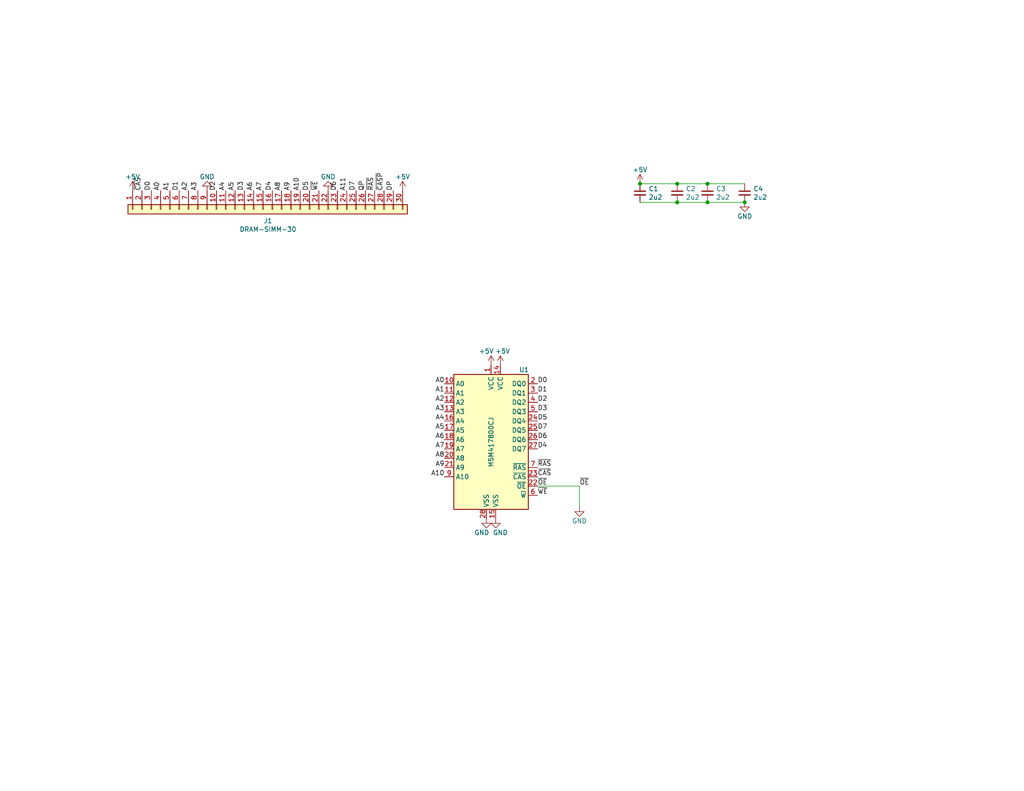
<source format=kicad_sch>
(kicad_sch (version 20250114) (generator "eeschema") (generator_version "9.0")
  (paper "USLetter")
  (title_block (title "SIMM-SOJ28") (date "2025-11-09") (rev "1") (company "github.com/pawlex"))
  (lib_symbols
    (symbol "Connector_Generic:Conn_01x30" (pin_names (offset 1.016) (hide yes))
      (property "Reference" "J" (at 0 38.1 0))
      (property "Value" "Conn_01x30" (at 0 -40.64 0))
      (symbol "Conn_01x30_1_1"
        (rectangle (start -1.27 36.83) (end 1.27 -39.37) (stroke (width 0.254)) (fill (type background)))
        (rectangle (start -1.27 35.687) (end 0 35.433) (stroke (width 0.1524)))
        (rectangle (start -1.27 33.147) (end 0 32.893) (stroke (width 0.1524)))
        (rectangle (start -1.27 30.607) (end 0 30.353) (stroke (width 0.1524)))
        (rectangle (start -1.27 28.067) (end 0 27.813) (stroke (width 0.1524)))
        (rectangle (start -1.27 25.527) (end 0 25.273) (stroke (width 0.1524)))
        (rectangle (start -1.27 22.987) (end 0 22.733) (stroke (width 0.1524)))
        (rectangle (start -1.27 20.447) (end 0 20.193) (stroke (width 0.1524)))
        (rectangle (start -1.27 17.907) (end 0 17.653) (stroke (width 0.1524)))
        (rectangle (start -1.27 15.367) (end 0 15.113) (stroke (width 0.1524)))
        (rectangle (start -1.27 12.827) (end 0 12.573) (stroke (width 0.1524)))
        (rectangle (start -1.27 10.287) (end 0 10.033) (stroke (width 0.1524)))
        (rectangle (start -1.27 7.747) (end 0 7.493) (stroke (width 0.1524)))
        (rectangle (start -1.27 5.207) (end 0 4.953) (stroke (width 0.1524)))
        (rectangle (start -1.27 2.667) (end 0 2.413) (stroke (width 0.1524)))
        (rectangle (start -1.27 0.127) (end 0 -0.127) (stroke (width 0.1524)))
        (rectangle (start -1.27 -2.413) (end 0 -2.667) (stroke (width 0.1524)))
        (rectangle (start -1.27 -4.953) (end 0 -5.207) (stroke (width 0.1524)))
        (rectangle (start -1.27 -7.493) (end 0 -7.747) (stroke (width 0.1524)))
        (rectangle (start -1.27 -10.033) (end 0 -10.287) (stroke (width 0.1524)))
        (rectangle (start -1.27 -12.573) (end 0 -12.827) (stroke (width 0.1524)))
        (rectangle (start -1.27 -15.113) (end 0 -15.367) (stroke (width 0.1524)))
        (rectangle (start -1.27 -17.653) (end 0 -17.907) (stroke (width 0.1524)))
        (rectangle (start -1.27 -20.193) (end 0 -20.447) (stroke (width 0.1524)))
        (rectangle (start -1.27 -22.733) (end 0 -22.987) (stroke (width 0.1524)))
        (rectangle (start -1.27 -25.273) (end 0 -25.527) (stroke (width 0.1524)))
        (rectangle (start -1.27 -27.813) (end 0 -28.067) (stroke (width 0.1524)))
        (rectangle (start -1.27 -30.353) (end 0 -30.607) (stroke (width 0.1524)))
        (rectangle (start -1.27 -32.893) (end 0 -33.147) (stroke (width 0.1524)))
        (rectangle (start -1.27 -35.433) (end 0 -35.687) (stroke (width 0.1524)))
        (rectangle (start -1.27 -37.973) (end 0 -38.227) (stroke (width 0.1524)))
        (pin passive line (at -5.08 35.56 0) (length 3.81) (name "Pin_1") (number "1"))
        (pin passive line (at -5.08 33.02 0) (length 3.81) (name "Pin_2") (number "2"))
        (pin passive line (at -5.08 30.48 0) (length 3.81) (name "Pin_3") (number "3"))
        (pin passive line (at -5.08 27.94 0) (length 3.81) (name "Pin_4") (number "4"))
        (pin passive line (at -5.08 25.4 0) (length 3.81) (name "Pin_5") (number "5"))
        (pin passive line (at -5.08 22.86 0) (length 3.81) (name "Pin_6") (number "6"))
        (pin passive line (at -5.08 20.32 0) (length 3.81) (name "Pin_7") (number "7"))
        (pin passive line (at -5.08 17.78 0) (length 3.81) (name "Pin_8") (number "8"))
        (pin passive line (at -5.08 15.24 0) (length 3.81) (name "Pin_9") (number "9"))
        (pin passive line (at -5.08 12.7 0) (length 3.81) (name "Pin_10") (number "10"))
        (pin passive line (at -5.08 10.16 0) (length 3.81) (name "Pin_11") (number "11"))
        (pin passive line (at -5.08 7.62 0) (length 3.81) (name "Pin_12") (number "12"))
        (pin passive line (at -5.08 5.08 0) (length 3.81) (name "Pin_13") (number "13"))
        (pin passive line (at -5.08 2.54 0) (length 3.81) (name "Pin_14") (number "14"))
        (pin passive line (at -5.08 0 0) (length 3.81) (name "Pin_15") (number "15"))
        (pin passive line (at -5.08 -2.54 0) (length 3.81) (name "Pin_16") (number "16"))
        (pin passive line (at -5.08 -5.08 0) (length 3.81) (name "Pin_17") (number "17"))
        (pin passive line (at -5.08 -7.62 0) (length 3.81) (name "Pin_18") (number "18"))
        (pin passive line (at -5.08 -10.16 0) (length 3.81) (name "Pin_19") (number "19"))
        (pin passive line (at -5.08 -12.7 0) (length 3.81) (name "Pin_20") (number "20"))
        (pin passive line (at -5.08 -15.24 0) (length 3.81) (name "Pin_21") (number "21"))
        (pin passive line (at -5.08 -17.78 0) (length 3.81) (name "Pin_22") (number "22"))
        (pin passive line (at -5.08 -20.32 0) (length 3.81) (name "Pin_23") (number "23"))
        (pin passive line (at -5.08 -22.86 0) (length 3.81) (name "Pin_24") (number "24"))
        (pin passive line (at -5.08 -25.4 0) (length 3.81) (name "Pin_25") (number "25"))
        (pin passive line (at -5.08 -27.94 0) (length 3.81) (name "Pin_26") (number "26"))
        (pin passive line (at -5.08 -30.48 0) (length 3.81) (name "Pin_27") (number "27"))
        (pin passive line (at -5.08 -33.02 0) (length 3.81) (name "Pin_28") (number "28"))
        (pin passive line (at -5.08 -35.56 0) (length 3.81) (name "Pin_29") (number "29"))
        (pin passive line (at -5.08 -38.1 0) (length 3.81) (name "Pin_30") (number "30"))
      )
    )
    (symbol "Device:C_Small" (pin_numbers (hide yes)) (pin_names (offset 0.254) (hide yes))
      (property "Reference" "C" (at 0.254 1.778 0))
      (property "Value" "C_Small" (at 0.254 -2.032 0))
      (symbol "C_Small_0_1"
        (polyline (pts (xy -1.524 0.508) (xy 1.524 0.508)) (stroke (width 0.3048)))
        (polyline (pts (xy -1.524 -0.508) (xy 1.524 -0.508)) (stroke (width 0.3302)))
      )
      (symbol "C_Small_1_1"
        (pin passive line (at 0 2.54 270) (length 2.032) (name "~") (number "1"))
        (pin passive line (at 0 -2.54 90) (length 2.032) (name "~") (number "2"))
      )
    )
    (symbol "Memory_RAM:M5M717800CJ-6"
      (property "Reference" "U1" (at 4.6833 30.48 0))
      (property "Value" "M5M417800CJ" (at 4.6833 27.94 0))
      (symbol "M5M717800CJ-6_0_0"
        (pin power_in line (at -1.27 -13.97 90) (length 2.54) (name "VSS") (number "28"))
        (pin power_in line (at 0 27.94 270) (length 2.54) (name "VCC") (number "1"))
        (pin power_in line (at 1.27 -13.97 90) (length 2.54) (name "VSS") (number "15"))
        (pin power_in line (at 2.54 27.94 270) (length 2.54) (name "VCC") (number "14"))
      )
      (symbol "M5M717800CJ-6_1_0"
        (pin input line (at 12.7 0 180) (length 2.54) (name "~{RAS}") (number "7"))
        (pin no_connect non_logic (at 12.7 -10.16 180) (length 2.54) (hide yes) (name "NC") (number "8"))
      )
      (symbol "M5M717800CJ-6_1_1"
        (rectangle (start -10.16 25.4) (end 10.16 -11.43) (stroke (width 0.254)) (fill (type background)))
        (pin input line (at -12.7 22.86 0) (length 2.54) (name "A0") (number "10"))
        (pin input line (at -12.7 20.32 0) (length 2.54) (name "A1") (number "11"))
        (pin input line (at -12.7 17.78 0) (length 2.54) (name "A2") (number "12"))
        (pin input line (at -12.7 15.24 0) (length 2.54) (name "A3") (number "13"))
        (pin input line (at -12.7 12.7 0) (length 2.54) (name "A4") (number "16"))
        (pin input line (at -12.7 10.16 0) (length 2.54) (name "A5") (number "17"))
        (pin input line (at -12.7 7.62 0) (length 2.54) (name "A6") (number "18"))
        (pin input line (at -12.7 5.08 0) (length 2.54) (name "A7") (number "19"))
        (pin input line (at -12.7 2.54 0) (length 2.54) (name "A8") (number "20"))
        (pin input line (at -12.7 0 0) (length 2.54) (name "A9") (number "21"))
        (pin input line (at -12.7 -2.54 0) (length 2.54) (name "A10") (number "9"))
        (pin tri_state line (at 12.7 22.86 180) (length 2.54) (name "DQ0") (number "2"))
        (pin tri_state line (at 12.7 20.32 180) (length 2.54) (name "DQ1") (number "3"))
        (pin tri_state line (at 12.7 17.78 180) (length 2.54) (name "DQ2") (number "4"))
        (pin tri_state line (at 12.7 15.24 180) (length 2.54) (name "DQ3") (number "5"))
        (pin tri_state line (at 12.7 12.7 180) (length 2.54) (name "DQ4") (number "24"))
        (pin tri_state line (at 12.7 10.16 180) (length 2.54) (name "DQ5") (number "25"))
        (pin tri_state line (at 12.7 7.62 180) (length 2.54) (name "DQ6") (number "26"))
        (pin tri_state line (at 12.7 5.08 180) (length 2.54) (name "DQ7") (number "27"))
        (pin input line (at 12.7 -2.54 180) (length 2.54) (name "~{CAS}") (number "23"))
        (pin input line (at 12.7 -5.08 180) (length 2.54) (name "~{OE}") (number "22"))
        (pin input line (at 12.7 -7.62 180) (length 2.54) (name "~{W}") (number "6"))
      )
    )
    (symbol "power:+5V" (power) (pin_names (offset 0))
      (property "Value" "+5V" (at 0 3.556 0))
      (symbol "+5V_0_1"
        (polyline (pts (xy -0.762 1.27) (xy 0 2.54)))
        (polyline (pts (xy 0 2.54) (xy 0.762 1.27)))
        (polyline (pts (xy 0 0) (xy 0 2.54)))
      )
      (symbol "+5V_1_1"
        (pin power_in line (at 0 0 90) (length 0) (hide yes) (name "+5V") (number "1"))
      )
    )
    (symbol "power:GND" (power) (pin_names (offset 0))
      (property "Value" "GND" (at 0 -3.81 0))
      (symbol "GND_0_1"
        (polyline (pts (xy 0 0) (xy 0 -1.27) (xy 1.27 -1.27) (xy 0 -2.54) (xy -1.27 -1.27) (xy 0 -1.27)))
      )
      (symbol "GND_1_1"
        (pin power_in line (at 0 0 270) (length 0) (hide yes) (name "GND") (number "1"))
      )
    )
  )
  (junction (at 203.2 55.245))
  (junction (at 193.04 50.165))
  (junction (at 193.04 55.245))
  (junction (at 184.785 50.165))
  (junction (at 174.625 50.165))
  (junction (at 184.785 55.245))
  (wire (pts (xy 146.685 132.715) (xy 158.115 132.715)))
  (wire (pts (xy 184.785 55.245) (xy 174.625 55.245)))
  (wire (pts (xy 184.785 50.165) (xy 193.04 50.165)))
  (wire (pts (xy 158.115 132.715) (xy 158.115 138.43)))
  (wire (pts (xy 193.04 50.165) (xy 203.2 50.165)))
  (wire (pts (xy 174.625 50.165) (xy 184.785 50.165)))
  (wire (pts (xy 203.2 55.245) (xy 193.04 55.245)))
  (wire (pts (xy 184.785 55.245) (xy 193.04 55.245)))
  (label "D7" (at 97.155 52.07 90))
  (label "D6" (at 146.685 120.015 0))
  (label "~{WE}" (at 86.995 52.07 90))
  (label "QP" (at 99.695 52.07 90))
  (label "A1" (at 46.355 52.07 90))
  (label "D3" (at 146.685 112.395 0))
  (label "A10" (at 121.285 130.175 180))
  (label "A0" (at 121.285 104.775 180))
  (label "A5" (at 121.285 117.475 180))
  (label "D0" (at 146.685 104.775 0))
  (label "A8" (at 121.285 125.095 180))
  (label "~{OE}" (at 158.115 132.715 0))
  (label "A6" (at 69.215 52.07 90))
  (label "A10" (at 81.915 52.07 90))
  (label "A4" (at 61.595 52.07 90))
  (label "~{CAS}" (at 38.735 52.07 90))
  (label "A1" (at 121.285 107.315 180))
  (label "D5" (at 146.685 114.935 0))
  (label "~{RAS}" (at 102.235 52.07 90))
  (label "D1" (at 48.895 52.07 90))
  (label "A0" (at 43.815 52.07 90))
  (label "~{CASP}" (at 104.775 52.07 90))
  (label "A7" (at 121.285 122.555 180))
  (label "~{WE}" (at 146.685 135.255 0))
  (label "A7" (at 71.755 52.07 90))
  (label "DP" (at 107.315 52.07 90))
  (label "A11" (at 94.615 52.07 90))
  (label "~{RAS}" (at 146.685 127.635 0))
  (label "A3" (at 121.285 112.395 180))
  (label "~{CAS}" (at 146.685 130.175 0))
  (label "D2" (at 146.685 109.855 0))
  (label "A5" (at 64.135 52.07 90))
  (label "A2" (at 121.285 109.855 180))
  (label "D4" (at 146.685 122.555 0))
  (label "D2" (at 59.055 52.07 90))
  (label "A2" (at 51.435 52.07 90))
  (label "A8" (at 76.835 52.07 90))
  (label "D4" (at 74.295 52.07 90))
  (label "D1" (at 146.685 107.315 0))
  (label "A9" (at 79.375 52.07 90))
  (label "D6" (at 92.075 52.07 90))
  (label "D5" (at 84.455 52.07 90))
  (label "~{OE}" (at 146.685 132.715 0))
  (label "A3" (at 53.975 52.07 90))
  (label "D3" (at 66.675 52.07 90))
  (label "D7" (at 146.685 117.475 0))
  (label "A4" (at 121.285 114.935 180))
  (label "A9" (at 121.285 127.635 180))
  (label "A6" (at 121.285 120.015 180))
  (label "D0" (at 41.275 52.07 90))
  (symbol (lib_id "Connector_Generic:Conn_01x30") (at 71.755 57.15 90) (mirror x) (unit 1)
    (property "Reference" "J1" (at 73.1266 60.2996 90))
    (property "Value" "DRAM-SIMM-30" (at 73.1266 62.611 90))
    (property "Footprint" "stdpads:SIMM-30_Edge" (effects (hide yes)))
  )
  (symbol (lib_id "power:+5V") (at 109.855 52.07 0) (unit 1)
    (property "Reference" "#PWR0101" (effects (hide yes)))
    (property "Value" "+5V" (at 109.855 48.26 0))
  )
  (symbol (lib_id "power:+5V") (at 36.195 52.07 0) (unit 1)
    (property "Reference" "#PWR0102" (effects (hide yes)))
    (property "Value" "+5V" (at 36.195 48.26 0))
  )
  (symbol (lib_id "power:GND") (at 89.535 52.07 180) (unit 1)
    (property "Reference" "#PWR0103" (effects (hide yes)))
    (property "Value" "GND" (at 89.535 48.26 0))
  )
  (symbol (lib_id "power:GND") (at 56.515 52.07 180) (unit 1)
    (property "Reference" "#PWR0104" (effects (hide yes)))
    (property "Value" "GND" (at 56.515 48.26 0))
  )
  (symbol (lib_id "Device:C_Small") (at 174.625 52.705 0) (unit 1)
    (property "Reference" "C1" (at 176.9618 51.5366 0) (effects (justify left)))
    (property "Value" "2u2" (at 176.9618 53.848 0) (effects (justify left)))
    (property "Footprint" "Capacitor_SMD:C_0805_2012Metric_Pad1.18x1.45mm_HandSolder" (effects (hide yes)))
  )
  (symbol (lib_id "Device:C_Small") (at 184.785 52.705 0) (unit 1)
    (property "Reference" "C2" (at 187.1218 51.5366 0) (effects (justify left)))
    (property "Value" "2u2" (at 187.1218 53.848 0) (effects (justify left)))
    (property "Footprint" "Capacitor_SMD:C_0805_2012Metric_Pad1.18x1.45mm_HandSolder" (effects (hide yes)))
  )
  (symbol (lib_id "power:+5V") (at 174.625 50.165 0) (unit 1)
    (property "Reference" "#PWR0113" (effects (hide yes)))
    (property "Value" "+5V" (at 174.625 46.355 0))
  )
  (symbol (lib_id "power:GND") (at 132.715 141.605 0) (unit 1)
    (property "Reference" "#PWR0105" (effects (hide yes)))
    (property "Value" "GND" (at 131.445 145.415 0))
  )
  (symbol (lib_id "power:+5V") (at 133.985 99.695 0) (unit 1)
    (property "Reference" "#PWR0106" (effects (hide yes)))
    (property "Value" "+5V" (at 132.715 95.885 0))
  )
  (symbol (lib_id "power:GND") (at 135.255 141.605 0) (unit 1)
    (property "Reference" "#PWR0108" (effects (hide yes)))
    (property "Value" "GND" (at 136.525 145.415 0))
  )
  (symbol (lib_id "power:+5V") (at 136.525 99.695 0) (unit 1)
    (property "Reference" "#PWR0109" (effects (hide yes)))
    (property "Value" "+5V" (at 137.16 95.885 0))
  )
  (symbol (lib_id "power:GND") (at 203.2 55.245 0) (unit 1)
    (property "Reference" "#PWR02" (effects (hide yes)))
    (property "Value" "GND" (at 203.2 59.055 0))
  )
  (symbol (lib_id "Memory_RAM:M5M717800CJ-6") (at 133.985 127.635 0) (unit 1)
    (property "Reference" "U1" (at 141.605 100.965 0) (effects (justify left)))
    (property "Value" "M5M417800CJ" (at 133.985 127.635 90) (effects (justify left)))
    (property "Footprint" "Package_SO:SOJ-28_10.16x18.415mm_P1.27mm" (effects (hide yes)))
    (property "Description" "2M x 8 DRAM (Fast Page)" (effects (hide yes)))
  )
  (symbol (lib_id "power:GND") (at 158.115 138.43 0) (unit 1)
    (property "Reference" "#PWR01" (effects (hide yes)))
    (property "Value" "GND" (at 158.115 142.24 0))
  )
  (symbol (lib_id "Device:C_Small") (at 193.04 52.705 0) (unit 1)
    (property "Reference" "C3" (at 195.3768 51.5366 0) (effects (justify left)))
    (property "Value" "2u2" (at 195.3768 53.848 0) (effects (justify left)))
    (property "Footprint" "Capacitor_SMD:C_0805_2012Metric_Pad1.18x1.45mm_HandSolder" (effects (hide yes)))
  )
  (symbol (lib_id "Device:C_Small") (at 203.2 52.705 0) (unit 1)
    (property "Reference" "C4" (at 205.5368 51.5366 0) (effects (justify left)))
    (property "Value" "2u2" (at 205.5368 53.848 0) (effects (justify left)))
    (property "Footprint" "Capacitor_SMD:C_0805_2012Metric_Pad1.18x1.45mm_HandSolder" (effects (hide yes)))
  )
)
</source>
